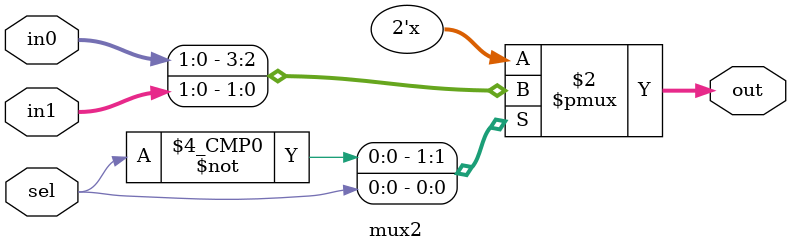
<source format=v>

module mux2 #(parameter SIZE=2)
(   
	input sel,
	input  [SIZE-1:0] in0,in1,
    output reg [SIZE-1:0] out
);

    always@(*)
        case(sel)
            1'b0: out = in0;
            1'b1: out = in1;
            default: out = {SIZE{1'bx}};
        endcase
endmodule

</source>
